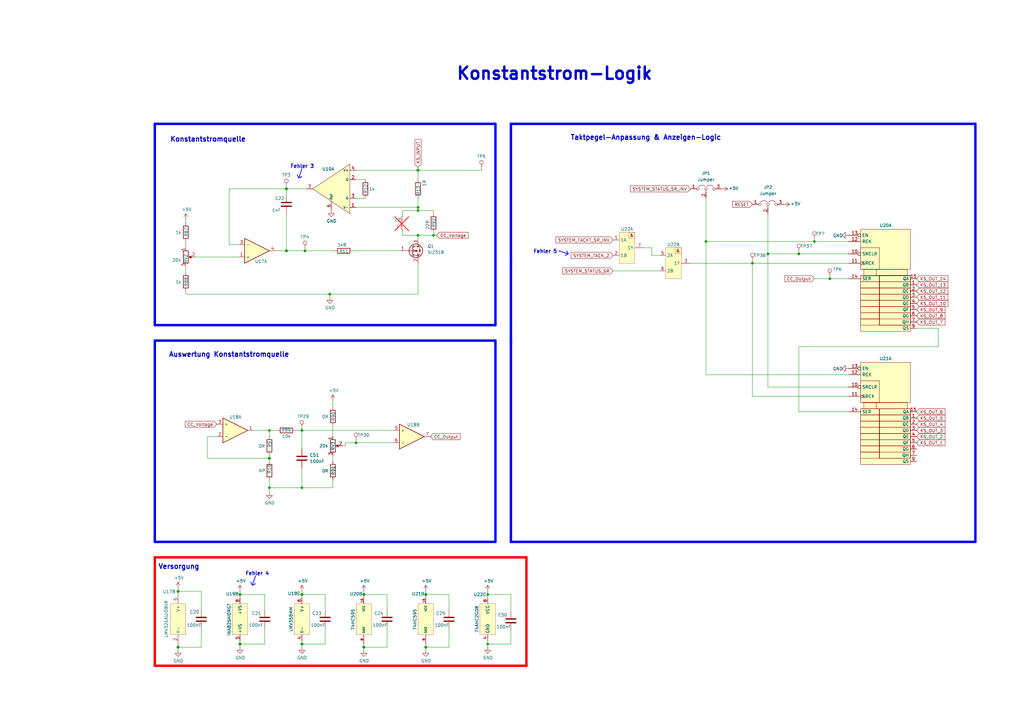
<source format=kicad_sch>
(kicad_sch (version 20210126) (generator eeschema)
  (paper "A3")
  (title_block (title "Kabeltester") (company "BMK Group") (comment 1 "Erstellt: Maximilian Hoffmann") (comment 2 "Geprüft: Robert Schulz"))
  (junction (at 73.025 242.57) (diameter 1.016))
  (junction (at 73.025 265.43) (diameter 1.016))
  (junction (at 98.425 243.84) (diameter 1.016))
  (junction (at 98.425 264.16) (diameter 1.016))
  (junction (at 110.49 176.53) (diameter 0.9144))
  (junction (at 110.49 187.96) (diameter 1.016))
  (junction (at 110.49 200.025) (diameter 0.9144))
  (junction (at 117.475 77.47) (diameter 1.016))
  (junction (at 117.475 102.87) (diameter 1.016))
  (junction (at 123.825 176.53) (diameter 0.9144))
  (junction (at 123.825 200.025) (diameter 0.9144))
  (junction (at 123.825 243.84) (diameter 1.016))
  (junction (at 123.825 264.16) (diameter 1.016))
  (junction (at 125.095 102.87) (diameter 0.9144))
  (junction (at 135.255 120.65) (diameter 0.9144))
  (junction (at 146.05 181.61) (diameter 0.9144))
  (junction (at 149.225 243.84) (diameter 1.016))
  (junction (at 149.225 265.43) (diameter 1.016))
  (junction (at 171.45 69.85) (diameter 1.016))
  (junction (at 171.45 85.09) (diameter 0.9144))
  (junction (at 171.45 86.36) (diameter 0.9144))
  (junction (at 171.45 96.52) (diameter 0.9144))
  (junction (at 174.625 243.84) (diameter 1.016))
  (junction (at 174.625 265.43) (diameter 1.016))
  (junction (at 177.8 96.52) (diameter 0.9144))
  (junction (at 200.025 243.84) (diameter 0.9144))
  (junction (at 200.025 264.16) (diameter 0.9144))
  (junction (at 289.56 99.06) (diameter 0.9144))
  (junction (at 308.61 107.95) (diameter 0.9144))
  (junction (at 314.96 104.14) (diameter 0.9144))
  (junction (at 327.66 104.14) (diameter 0.9144))
  (junction (at 334.01 99.06) (diameter 0.9144))
  (junction (at 340.36 114.3) (diameter 0.9144))
  (wire (pts (xy 73.025 241.3) (xy 73.025 242.57)))
  (wire (pts (xy 73.025 242.57) (xy 73.025 243.84)))
  (wire (pts (xy 73.025 264.16) (xy 73.025 265.43)))
  (wire (pts (xy 73.025 265.43) (xy 73.025 266.7)))
  (wire (pts (xy 76.2 90.17) (xy 76.2 91.44)))
  (wire (pts (xy 76.2 99.06) (xy 76.2 101.6)))
  (wire (pts (xy 76.2 109.22) (xy 76.2 111.76)))
  (wire (pts (xy 76.2 119.38) (xy 76.2 120.65)))
  (wire (pts (xy 76.2 120.65) (xy 135.255 120.65)))
  (wire (pts (xy 80.01 105.41) (xy 97.79 105.41)))
  (wire (pts (xy 82.55 242.57) (xy 73.025 242.57)))
  (wire (pts (xy 82.55 250.19) (xy 82.55 242.57)))
  (wire (pts (xy 82.55 257.81) (xy 82.55 265.43)))
  (wire (pts (xy 82.55 265.43) (xy 73.025 265.43)))
  (wire (pts (xy 85.09 179.07) (xy 85.09 187.96)))
  (wire (pts (xy 85.09 179.07) (xy 88.9 179.07)))
  (wire (pts (xy 85.09 187.96) (xy 110.49 187.96)))
  (wire (pts (xy 93.98 77.47) (xy 93.98 100.33)))
  (wire (pts (xy 93.98 77.47) (xy 117.475 77.47)))
  (wire (pts (xy 93.98 100.33) (xy 97.79 100.33)))
  (wire (pts (xy 98.425 242.57) (xy 98.425 243.84)))
  (wire (pts (xy 98.425 243.84) (xy 98.425 245.11)))
  (wire (pts (xy 98.425 264.16) (xy 98.425 262.89)))
  (wire (pts (xy 98.425 264.16) (xy 98.425 265.43)))
  (wire (pts (xy 104.14 176.53) (xy 110.49 176.53)))
  (wire (pts (xy 108.585 243.84) (xy 98.425 243.84)))
  (wire (pts (xy 108.585 250.19) (xy 108.585 243.84)))
  (wire (pts (xy 108.585 257.81) (xy 108.585 264.16)))
  (wire (pts (xy 108.585 264.16) (xy 98.425 264.16)))
  (wire (pts (xy 110.49 176.53) (xy 110.49 179.07)))
  (wire (pts (xy 110.49 176.53) (xy 113.665 176.53)))
  (wire (pts (xy 110.49 186.69) (xy 110.49 187.96)))
  (wire (pts (xy 110.49 187.96) (xy 110.49 189.23)))
  (wire (pts (xy 110.49 196.85) (xy 110.49 200.025)))
  (wire (pts (xy 110.49 200.025) (xy 110.49 201.93)))
  (wire (pts (xy 110.49 200.025) (xy 123.825 200.025)))
  (wire (pts (xy 113.03 102.87) (xy 117.475 102.87)))
  (wire (pts (xy 117.475 77.47) (xy 117.475 80.01)))
  (wire (pts (xy 117.475 77.47) (xy 125.73 77.47)))
  (wire (pts (xy 117.475 87.63) (xy 117.475 102.87)))
  (wire (pts (xy 117.475 102.87) (xy 125.095 102.87)))
  (wire (pts (xy 121.285 176.53) (xy 123.825 176.53)))
  (wire (pts (xy 123.825 176.53) (xy 123.825 184.15)))
  (wire (pts (xy 123.825 176.53) (xy 161.29 176.53)))
  (wire (pts (xy 123.825 191.77) (xy 123.825 200.025)))
  (wire (pts (xy 123.825 200.025) (xy 136.525 200.025)))
  (wire (pts (xy 123.825 242.57) (xy 123.825 243.84)))
  (wire (pts (xy 123.825 243.84) (xy 123.825 245.11)))
  (wire (pts (xy 123.825 262.89) (xy 123.825 264.16)))
  (wire (pts (xy 123.825 264.16) (xy 123.825 265.43)))
  (wire (pts (xy 125.095 102.87) (xy 137.16 102.87)))
  (wire (pts (xy 133.35 243.84) (xy 123.825 243.84)))
  (wire (pts (xy 133.35 250.19) (xy 133.35 243.84)))
  (wire (pts (xy 133.35 257.81) (xy 133.35 264.16)))
  (wire (pts (xy 133.35 264.16) (xy 123.825 264.16)))
  (wire (pts (xy 135.255 120.65) (xy 135.255 121.92)))
  (wire (pts (xy 135.255 120.65) (xy 171.45 120.65)))
  (wire (pts (xy 136.525 164.465) (xy 136.525 167.005)))
  (wire (pts (xy 136.525 174.625) (xy 136.525 179.07)))
  (wire (pts (xy 136.525 186.69) (xy 136.525 189.23)))
  (wire (pts (xy 136.525 196.85) (xy 136.525 200.025)))
  (wire (pts (xy 140.335 182.88) (xy 141.605 182.88)))
  (wire (pts (xy 141.605 181.61) (xy 141.605 182.88)))
  (wire (pts (xy 141.605 181.61) (xy 146.05 181.61)))
  (wire (pts (xy 144.78 102.87) (xy 163.83 102.87)))
  (wire (pts (xy 146.05 69.85) (xy 171.45 69.85)))
  (wire (pts (xy 146.05 73.66) (xy 149.86 73.66)))
  (wire (pts (xy 146.05 81.28) (xy 149.86 81.28)))
  (wire (pts (xy 146.05 85.09) (xy 171.45 85.09)))
  (wire (pts (xy 146.05 181.61) (xy 161.29 181.61)))
  (wire (pts (xy 149.225 242.57) (xy 149.225 243.84)))
  (wire (pts (xy 149.225 243.84) (xy 149.225 245.11)))
  (wire (pts (xy 149.225 264.16) (xy 149.225 265.43)))
  (wire (pts (xy 149.225 265.43) (xy 149.225 266.7)))
  (wire (pts (xy 158.75 243.84) (xy 149.225 243.84)))
  (wire (pts (xy 158.75 250.19) (xy 158.75 243.84)))
  (wire (pts (xy 158.75 257.81) (xy 158.75 265.43)))
  (wire (pts (xy 158.75 265.43) (xy 149.225 265.43)))
  (wire (pts (xy 165.1 86.36) (xy 171.45 86.36)))
  (wire (pts (xy 165.1 87.63) (xy 165.1 86.36)))
  (wire (pts (xy 165.1 95.25) (xy 165.1 96.52)))
  (wire (pts (xy 165.1 96.52) (xy 171.45 96.52)))
  (wire (pts (xy 171.45 68.58) (xy 171.45 69.85)))
  (wire (pts (xy 171.45 69.85) (xy 171.45 73.66)))
  (wire (pts (xy 171.45 69.85) (xy 197.485 69.85)))
  (wire (pts (xy 171.45 81.28) (xy 171.45 85.09)))
  (wire (pts (xy 171.45 85.09) (xy 171.45 86.36)))
  (wire (pts (xy 171.45 86.36) (xy 177.8 86.36)))
  (wire (pts (xy 171.45 96.52) (xy 171.45 97.79)))
  (wire (pts (xy 171.45 96.52) (xy 177.8 96.52)))
  (wire (pts (xy 171.45 107.95) (xy 171.45 120.65)))
  (wire (pts (xy 174.625 242.57) (xy 174.625 243.84)))
  (wire (pts (xy 174.625 243.84) (xy 174.625 245.11)))
  (wire (pts (xy 174.625 264.16) (xy 174.625 265.43)))
  (wire (pts (xy 174.625 265.43) (xy 174.625 266.7)))
  (wire (pts (xy 177.8 87.63) (xy 177.8 86.36)))
  (wire (pts (xy 177.8 95.25) (xy 177.8 96.52)))
  (wire (pts (xy 177.8 96.52) (xy 179.07 96.52)))
  (wire (pts (xy 184.15 243.84) (xy 174.625 243.84)))
  (wire (pts (xy 184.15 250.19) (xy 184.15 243.84)))
  (wire (pts (xy 184.15 257.81) (xy 184.15 265.43)))
  (wire (pts (xy 184.15 265.43) (xy 174.625 265.43)))
  (wire (pts (xy 200.025 242.57) (xy 200.025 243.84)))
  (wire (pts (xy 200.025 243.84) (xy 200.025 245.11)))
  (wire (pts (xy 200.025 262.89) (xy 200.025 264.16)))
  (wire (pts (xy 200.025 264.16) (xy 200.025 265.43)))
  (wire (pts (xy 209.55 243.84) (xy 200.025 243.84)))
  (wire (pts (xy 209.55 250.825) (xy 209.55 243.84)))
  (wire (pts (xy 209.55 258.445) (xy 209.55 264.16)))
  (wire (pts (xy 209.55 264.16) (xy 200.025 264.16)))
  (wire (pts (xy 251.46 111.125) (xy 270.51 111.125)))
  (wire (pts (xy 264.16 101.6) (xy 267.335 101.6)))
  (wire (pts (xy 267.335 101.6) (xy 267.335 104.775)))
  (wire (pts (xy 267.335 104.775) (xy 270.51 104.775)))
  (wire (pts (xy 283.21 107.95) (xy 308.61 107.95)))
  (wire (pts (xy 289.56 81.28) (xy 289.56 99.06)))
  (wire (pts (xy 289.56 99.06) (xy 289.56 153.67)))
  (wire (pts (xy 289.56 99.06) (xy 334.01 99.06)))
  (wire (pts (xy 289.56 153.67) (xy 347.98 153.67)))
  (wire (pts (xy 308.61 107.95) (xy 308.61 162.56)))
  (wire (pts (xy 308.61 107.95) (xy 347.98 107.95)))
  (wire (pts (xy 308.61 162.56) (xy 347.98 162.56)))
  (wire (pts (xy 314.96 104.14) (xy 314.96 87.63)))
  (wire (pts (xy 314.96 104.14) (xy 327.66 104.14)))
  (wire (pts (xy 314.96 158.75) (xy 314.96 104.14)))
  (wire (pts (xy 327.66 104.14) (xy 347.98 104.14)))
  (wire (pts (xy 327.66 142.24) (xy 327.66 168.91)))
  (wire (pts (xy 327.66 168.91) (xy 347.98 168.91)))
  (wire (pts (xy 334.01 99.06) (xy 347.98 99.06)))
  (wire (pts (xy 334.01 114.3) (xy 340.36 114.3)))
  (wire (pts (xy 340.36 114.3) (xy 347.98 114.3)))
  (wire (pts (xy 347.98 158.75) (xy 314.96 158.75)))
  (wire (pts (xy 375.92 134.62) (xy 384.81 134.62)))
  (wire (pts (xy 384.81 134.62) (xy 384.81 142.24)))
  (wire (pts (xy 384.81 142.24) (xy 327.66 142.24)))
  (polyline (pts (xy 63.5 50.8) (xy 63.5 133.35)) (stroke (width 1) (type solid) (color 0 0 255 1)))
  (polyline (pts (xy 63.5 50.8) (xy 203.2 50.8)) (stroke (width 1) (type solid) (color 0 0 255 1)))
  (polyline (pts (xy 63.5 139.7) (xy 63.5 222.25)) (stroke (width 1) (type solid) (color 0 0 255 1)))
  (polyline (pts (xy 63.5 139.7) (xy 203.2 139.7)) (stroke (width 1) (type solid) (color 0 0 255 1)))
  (polyline (pts (xy 63.5 228.6) (xy 63.5 273.05)) (stroke (width 1) (type solid) (color 255 0 0 1)))
  (polyline (pts (xy 63.5 228.6) (xy 215.9 228.6)) (stroke (width 1) (type solid) (color 255 0 0 1)))
  (polyline (pts (xy 63.5 273.05) (xy 215.9 273.05)) (stroke (width 1) (type solid) (color 255 0 0 1)))
  (polyline (pts (xy 103.505 240.03) (xy 102.87 238.76)) (stroke (width 0.3) (type solid) (color 0 0 255 1)))
  (polyline (pts (xy 103.505 240.03) (xy 104.775 236.22)) (stroke (width 0.3) (type solid) (color 0 0 255 1)))
  (polyline (pts (xy 104.775 239.395) (xy 103.505 240.03)) (stroke (width 0.3) (type solid) (color 0 0 255 1)))
  (polyline (pts (xy 122.555 73.025) (xy 121.92 71.755)) (stroke (width 0.3) (type solid) (color 0 0 255 1)))
  (polyline (pts (xy 122.555 73.025) (xy 123.825 69.215)) (stroke (width 0.3) (type solid) (color 0 0 255 1)))
  (polyline (pts (xy 123.825 72.39) (xy 122.555 73.025)) (stroke (width 0.3) (type solid) (color 0 0 255 1)))
  (polyline (pts (xy 167.64 88.9) (xy 161.925 94.615)) (stroke (width 0.3) (type solid) (color 255 0 0 1)))
  (polyline (pts (xy 167.64 94.615) (xy 161.925 88.9)) (stroke (width 0.3) (type solid) (color 255 0 0 1)))
  (polyline (pts (xy 203.2 50.8) (xy 203.2 133.35)) (stroke (width 1) (type solid) (color 0 0 255 1)))
  (polyline (pts (xy 203.2 133.35) (xy 63.5 133.35)) (stroke (width 1) (type solid) (color 0 0 255 1)))
  (polyline (pts (xy 203.2 139.7) (xy 203.2 222.25)) (stroke (width 1) (type solid) (color 0 0 255 1)))
  (polyline (pts (xy 203.2 222.25) (xy 63.5 222.25)) (stroke (width 1) (type solid) (color 0 0 255 1)))
  (polyline (pts (xy 209.55 50.8) (xy 209.55 107.95)) (stroke (width 1) (type solid) (color 0 0 255 1)))
  (polyline (pts (xy 209.55 50.8) (xy 400.05 50.8)) (stroke (width 1) (type solid) (color 0 0 255 1)))
  (polyline (pts (xy 209.55 139.7) (xy 209.55 222.25)) (stroke (width 1) (type solid) (color 0 0 255 1)))
  (polyline (pts (xy 209.55 140.335) (xy 209.55 107.95)) (stroke (width 1) (type solid) (color 0 0 255 1)))
  (polyline (pts (xy 209.55 222.25) (xy 400.05 222.25)) (stroke (width 1) (type solid) (color 0 0 255 1)))
  (polyline (pts (xy 215.9 273.05) (xy 215.9 228.6)) (stroke (width 1) (type solid) (color 255 0 0 1)))
  (polyline (pts (xy 232.41 102.87) (xy 233.045 104.14)) (stroke (width 0.3) (type solid) (color 0 0 255 1)))
  (polyline (pts (xy 233.045 104.14) (xy 229.235 102.87)) (stroke (width 0.3) (type solid) (color 0 0 255 1)))
  (polyline (pts (xy 233.045 104.14) (xy 231.775 104.775)) (stroke (width 0.3) (type solid) (color 0 0 255 1)))
  (polyline (pts (xy 400.05 222.25) (xy 400.05 50.8)) (stroke (width 1) (type solid) (color 0 0 255 1)))
  (text "Versorgung\n" (at 81.915 233.68 180) (effects (font (size 2 2) (thickness 0.4) bold) (justify right bottom)))
  (text "Konstantstromquelle\n" (at 100.965 58.42 180) (effects (font (size 2 2) (thickness 0.4) bold) (justify right bottom)))
  (text "Fehler 4" (at 110.49 236.22 180) (effects (font (size 1.5 1.5) (thickness 0.3) bold) (justify right bottom)))
  (text "Auswertung Konstantstromquelle\n" (at 118.745 146.685 180) (effects (font (size 2 2) (thickness 0.4) bold) (justify right bottom)))
  (text "Fehler 3\n" (at 128.905 69.215 180) (effects (font (size 1.5 1.5) (thickness 0.3) bold) (justify right bottom)))
  (text "Fehler 5" (at 228.6 104.14 180) (effects (font (size 1.5 1.5) (thickness 0.3) bold) (justify right bottom)))
  (text "Konstantstrom-Logik\n\n" (at 267.97 41.275 180) (effects (font (size 5 5) (thickness 1) bold) (justify right bottom)))
  (text "Taktpegel-Anpassung & Anzeigen-Logic\n\n \n" (at 295.91 64.135 180) (effects (font (size 2 2) (thickness 0.4) bold) (justify right bottom)))
  (global_label "CC_Voltage" (shape input) (at 88.9 173.99 180) (property "Intersheet References" "${INTERSHEET_REFS}" (effects hide)))
  (global_label "KS_INPUT" (shape input) (at 171.45 68.58 90) (property "Intersheet References" "${INTERSHEET_REFS}" (effects hide)))
  (global_label "CC_Output" (shape input) (at 176.53 179.07 0) (property "Intersheet References" "${INTERSHEET_REFS}" (effects hide)))
  (global_label "CC_Voltage" (shape input) (at 179.07 96.52 0) (property "Intersheet References" "${INTERSHEET_REFS}" (effects hide)))
  (global_label "SYSTEM_TACKT_SR_INV" (shape input) (at 251.46 98.425 180) (property "Intersheet References" "${INTERSHEET_REFS}" (effects hide)))
  (global_label "SYSTEM_TACK_2" (shape input) (at 251.46 104.775 180) (property "Intersheet References" "${INTERSHEET_REFS}" (effects hide)))
  (global_label "SYSTEM_STATUS_SR" (shape input) (at 251.46 111.125 180) (property "Intersheet References" "${INTERSHEET_REFS}" (effects hide)))
  (global_label "SYSTEM_STATUS_SR_INV" (shape input) (at 283.21 77.47 180) (property "Intersheet References" "${INTERSHEET_REFS}" (effects hide)))
  (global_label "RESET" (shape input) (at 308.61 83.82 180) (property "Intersheet References" "${INTERSHEET_REFS}" (effects hide)))
  (global_label "CC_Output" (shape input) (at 334.01 114.3 180) (property "Intersheet References" "${INTERSHEET_REFS}" (effects hide)))
  (global_label "KS_OUT_14" (shape input) (at 375.92 114.3 0) (property "Intersheet References" "${INTERSHEET_REFS}" (effects hide)))
  (global_label "KS_OUT_13" (shape input) (at 375.92 116.84 0) (property "Intersheet References" "${INTERSHEET_REFS}" (effects hide)))
  (global_label "KS_OUT_12" (shape input) (at 375.92 119.38 0) (property "Intersheet References" "${INTERSHEET_REFS}" (effects hide)))
  (global_label "KS_OUT_11" (shape input) (at 375.92 121.92 0) (property "Intersheet References" "${INTERSHEET_REFS}" (effects hide)))
  (global_label "KS_OUT_10" (shape input) (at 375.92 124.46 0) (property "Intersheet References" "${INTERSHEET_REFS}" (effects hide)))
  (global_label "KS_OUT_9" (shape input) (at 375.92 127 0) (property "Intersheet References" "${INTERSHEET_REFS}" (effects hide)))
  (global_label "KS_OUT_8" (shape input) (at 375.92 129.54 0) (property "Intersheet References" "${INTERSHEET_REFS}" (effects hide)))
  (global_label "KS_OUT_7" (shape input) (at 375.92 132.08 0) (property "Intersheet References" "${INTERSHEET_REFS}" (effects hide)))
  (global_label "KS_OUT_6" (shape input) (at 375.92 168.91 0) (property "Intersheet References" "${INTERSHEET_REFS}" (effects hide)))
  (global_label "KS_OUT_5" (shape input) (at 375.92 171.45 0) (property "Intersheet References" "${INTERSHEET_REFS}" (effects hide)))
  (global_label "KS_OUT_4" (shape input) (at 375.92 173.99 0) (property "Intersheet References" "${INTERSHEET_REFS}" (effects hide)))
  (global_label "KS_OUT_3" (shape input) (at 375.92 176.53 0) (property "Intersheet References" "${INTERSHEET_REFS}" (effects hide)))
  (global_label "KS_OUT_2" (shape input) (at 375.92 179.07 0) (property "Intersheet References" "${INTERSHEET_REFS}" (effects hide)))
  (global_label "KS_OUT_1" (shape input) (at 375.92 181.61 0) (property "Intersheet References" "${INTERSHEET_REFS}" (effects hide)))
  (symbol (lib_id "Connector:TestPoint") (at 117.475 77.47 0) (unit 1)
    (property "Reference" "TP3" (at 115.57 71.755 0) (effects (justify left)))
    (property "Value" "TestPoint" (effects hide))
    (property "Footprint" "TestPoint:TestPoint_Pad_D1.0mm" (effects hide))
    (property "BMK-Nr" "-" (effects hide))
    (property "Mouser" "-" (effects hide))
  )
  (symbol (lib_id "Connector:TestPoint") (at 123.825 176.53 0) (unit 1)
    (property "Reference" "TP29" (at 121.92 170.815 0) (effects (justify left)))
    (property "Value" "TestPoint" (effects hide))
    (property "Footprint" "TestPoint:TestPoint_Pad_D1.0mm" (effects hide))
    (property "BMK-Nr" "-" (effects hide))
    (property "Mouser" "-" (effects hide))
  )
  (symbol (lib_id "Connector:TestPoint") (at 125.095 102.87 0) (unit 1)
    (property "Reference" "TP4" (at 123.19 97.155 0) (effects (justify left)))
    (property "Value" "TestPoint" (effects hide))
    (property "Footprint" "TestPoint:TestPoint_Pad_D1.0mm" (effects hide))
    (property "BMK-Nr" "-" (effects hide))
    (property "Mouser" "-" (effects hide))
  )
  (symbol (lib_id "Connector:TestPoint") (at 146.05 181.61 0) (unit 1)
    (property "Reference" "TP30" (at 146.685 178.435 0) (effects (justify left)))
    (property "Value" "TestPoint" (effects hide))
    (property "Footprint" "TestPoint:TestPoint_Pad_D1.0mm" (effects hide))
    (property "BMK-Nr" "-" (effects hide))
    (property "Mouser" "-" (effects hide))
  )
  (symbol (lib_id "Connector:TestPoint") (at 197.485 69.85 0) (unit 1)
    (property "Reference" "TP5" (at 195.58 64.135 0) (effects (justify left)))
    (property "Value" "TestPoint" (effects hide))
    (property "Footprint" "TestPoint:TestPoint_Pad_D1.0mm" (effects hide))
    (property "BMK-Nr" "-" (effects hide))
    (property "Mouser" "-" (effects hide))
  )
  (symbol (lib_id "Connector:TestPoint") (at 308.61 107.95 0) (unit 1)
    (property "Reference" "TP36" (at 309.245 104.775 0) (effects (justify left)))
    (property "Value" "TestPoint" (effects hide))
    (property "Footprint" "TestPoint:TestPoint_Pad_D1.0mm" (effects hide))
    (property "BMK-Nr" "-" (effects hide))
    (property "Mouser" "-" (effects hide))
  )
  (symbol (lib_id "Connector:TestPoint") (at 327.66 104.14 0) (unit 1)
    (property "Reference" "TP37" (at 328.295 100.965 0) (effects (justify left)))
    (property "Value" "TestPoint" (effects hide))
    (property "Footprint" "TestPoint:TestPoint_Pad_D1.0mm" (effects hide))
    (property "BMK-Nr" "-" (effects hide))
    (property "Mouser" "-" (effects hide))
  )
  (symbol (lib_id "Connector:TestPoint") (at 334.01 99.06 0) (unit 1)
    (property "Reference" "TP7" (at 334.645 95.885 0) (effects (justify left)))
    (property "Value" "TestPoint" (effects hide))
    (property "Footprint" "TestPoint:TestPoint_Pad_D1.0mm" (effects hide))
    (property "BMK-Nr" "-" (effects hide))
    (property "Mouser" "-" (effects hide))
  )
  (symbol (lib_id "Connector:TestPoint") (at 340.36 114.3 0) (unit 1)
    (property "Reference" "TP6" (at 341.63 110.49 0) (effects (justify left)))
    (property "Value" "TestPoint" (effects hide))
    (property "Footprint" "TestPoint:TestPoint_Pad_D1.0mm" (effects hide))
    (property "BMK-Nr" "-" (effects hide))
    (property "Mouser" "-" (effects hide))
  )
  (symbol (lib_id "power:+5V") (at 73.025 241.3 0) (unit 1)
    (property "Reference" "#PWR051" (effects hide))
    (property "Value" "+5V" (at 73.3933 236.9756 0))
  )
  (symbol (lib_id "power:+5V") (at 76.2 90.17 0) (unit 1)
    (property "Reference" "#PWR053" (effects hide))
    (property "Value" "+5V" (at 76.5683 85.8456 0))
  )
  (symbol (lib_id "power:+5V") (at 98.425 242.57 0) (unit 1)
    (property "Reference" "#PWR054" (effects hide))
    (property "Value" "+5V" (at 98.7933 238.2456 0))
  )
  (symbol (lib_id "power:+5V") (at 123.825 242.57 0) (unit 1)
    (property "Reference" "#PWR057" (effects hide))
    (property "Value" "+5V" (at 124.1933 238.2456 0))
  )
  (symbol (lib_id "power:+5V") (at 136.525 164.465 0) (unit 1)
    (property "Reference" "#PWR059" (effects hide))
    (property "Value" "+5V" (at 136.8933 160.1406 0))
  )
  (symbol (lib_id "power:+5V") (at 149.225 242.57 0) (unit 1)
    (property "Reference" "#PWR062" (effects hide))
    (property "Value" "+5V" (at 149.5933 238.2456 0))
  )
  (symbol (lib_id "power:+5V") (at 174.625 242.57 0) (unit 1)
    (property "Reference" "#PWR064" (effects hide))
    (property "Value" "+5V" (at 174.9933 238.2456 0))
  )
  (symbol (lib_id "power:+5V") (at 200.025 242.57 0) (unit 1)
    (property "Reference" "#PWR023" (effects hide))
    (property "Value" "+5V" (at 200.3933 238.2456 0))
  )
  (symbol (lib_id "power:+5V") (at 295.91 77.47 270) (unit 1)
    (property "Reference" "#PWR0124" (effects hide))
    (property "Value" "+5V" (at 300.8694 77.2033 90))
  )
  (symbol (lib_id "power:+5V") (at 321.31 83.82 270) (unit 1)
    (property "Reference" "#PWR0125" (effects hide))
    (property "Value" "+5V" (at 326.2694 83.5533 90))
  )
  (symbol (lib_id "Device:L") (at 165.1 91.44 0) (mirror y) (unit 1)
    (property "Reference" "L2" (at 161.925 90.17 0) (effects (justify right)))
    (property "Value" "L" (at 162.56 92.71 0) (effects (justify right)))
    (property "Footprint" "Inductor_SMD:L_TDK_NLV32_3.2x2.5mm" (effects hide))
  )
  (symbol (lib_id "power:GND") (at 73.025 266.7 0) (unit 1)
    (property "Reference" "#PWR052" (effects hide))
    (property "Value" "GND" (at 73.1393 271.0244 0))
  )
  (symbol (lib_id "power:GND") (at 98.425 265.43 0) (unit 1)
    (property "Reference" "#PWR055" (effects hide))
    (property "Value" "GND" (at 98.5393 269.7544 0))
  )
  (symbol (lib_id "power:GND") (at 110.49 201.93 0) (unit 1)
    (property "Reference" "#PWR056" (effects hide))
    (property "Value" "GND" (at 110.6043 206.2544 0))
  )
  (symbol (lib_id "power:GND") (at 123.825 265.43 0) (unit 1)
    (property "Reference" "#PWR058" (effects hide))
    (property "Value" "GND" (at 123.9393 269.7544 0))
  )
  (symbol (lib_id "power:GND") (at 135.255 121.92 0) (unit 1)
    (property "Reference" "#PWR060" (effects hide))
    (property "Value" "GND" (at 135.3693 126.2444 0))
  )
  (symbol (lib_id "power:GND") (at 135.89 86.36 0) (unit 1)
    (property "Reference" "#PWR061" (effects hide))
    (property "Value" "GND" (at 136.0043 90.6844 0))
  )
  (symbol (lib_id "power:GND") (at 149.225 266.7 0) (unit 1)
    (property "Reference" "#PWR063" (effects hide))
    (property "Value" "GND" (at 149.3393 271.0244 0))
  )
  (symbol (lib_id "power:GND") (at 174.625 266.7 0) (unit 1)
    (property "Reference" "#PWR065" (effects hide))
    (property "Value" "GND" (at 174.7393 271.0244 0))
  )
  (symbol (lib_id "power:GND") (at 200.025 265.43 0) (unit 1)
    (property "Reference" "#PWR024" (effects hide))
    (property "Value" "GND" (at 200.1393 269.7544 0))
  )
  (symbol (lib_id "power:GND") (at 347.98 96.52 270) (unit 1)
    (property "Reference" "#PWR070" (effects hide))
    (property "Value" "GND" (at 343.6556 96.6343 90))
  )
  (symbol (lib_id "power:GND") (at 347.98 151.13 270) (unit 1)
    (property "Reference" "#PWR072" (effects hide))
    (property "Value" "GND" (at 343.6556 151.2443 90))
  )
  (symbol (lib_id "Device:R") (at 76.2 95.25 180) (unit 1)
    (property "Reference" "R87" (at 76.3269 93.2244 90) (effects (justify left)))
    (property "Value" "1k" (at 74.422 95.371 0) (effects (justify left)))
    (property "Footprint" "Resistor_SMD:R_0603_1608Metric_Pad0.98x0.95mm_HandSolder" (effects hide))
    (property "BMK-Nr" "BS" (effects hide))
    (property "Mouser" "-" (effects hide))
  )
  (symbol (lib_id "Device:R") (at 76.2 115.57 180) (unit 1)
    (property "Reference" "R88" (at 76.3269 113.5444 90) (effects (justify left)))
    (property "Value" "1k" (at 74.422 115.691 0) (effects (justify left)))
    (property "Footprint" "Resistor_SMD:R_0603_1608Metric_Pad0.98x0.95mm_HandSolder" (effects hide))
    (property "BMK-Nr" "BS" (effects hide))
    (property "Mouser" "-" (effects hide))
  )
  (symbol (lib_name "Device:R_1") (lib_id "Device:R") (at 110.49 182.88 180) (unit 1)
    (property "Reference" "R9" (at 110.6169 180.8544 90) (effects (justify left)))
    (property "Value" "0R" (at 108.712 183.001 0) (effects (justify left)))
    (property "Footprint" "Resistor_SMD:R_0603_1608Metric_Pad0.98x0.95mm_HandSolder" (effects hide))
    (property "BMK-Nr" "BS" (effects hide))
    (property "Mouser" "-" (effects hide))
  )
  (symbol (lib_name "Device:R_2") (lib_id "Device:R") (at 110.49 193.04 0) (unit 1)
    (property "Reference" "R10" (at 110.49 194.31 90) (effects (justify left)))
    (property "Value" "NP" (at 106.045 193.04 0) (effects (justify left)))
    (property "Footprint" "Resistor_SMD:R_0603_1608Metric_Pad0.98x0.95mm_HandSolder" (effects hide))
    (property "BMK-Nr" "BS" (effects hide))
    (property "Mouser" "-" (effects hide))
  )
  (symbol (lib_name "Device:R_1") (lib_id "Device:R") (at 117.475 176.53 270) (unit 1)
    (property "Reference" "R89" (at 115.4494 176.4031 90) (effects (justify left)))
    (property "Value" "10k" (at 115.691 178.943 90) (effects (justify left)))
    (property "Footprint" "Resistor_SMD:R_0603_1608Metric_Pad0.98x0.95mm_HandSolder" (effects hide))
    (property "BMK-Nr" "BS" (effects hide))
    (property "Mouser" "-" (effects hide))
  )
  (symbol (lib_name "Device:R_1") (lib_id "Device:R") (at 136.525 170.815 180) (unit 1)
    (property "Reference" "R90" (at 136.6519 168.7894 90) (effects (justify left)))
    (property "Value" "0R" (at 134.747 170.936 0) (effects (justify left)))
    (property "Footprint" "Resistor_SMD:R_0603_1608Metric_Pad0.98x0.95mm_HandSolder" (effects hide))
    (property "BMK-Nr" "BS" (effects hide))
    (property "Mouser" "-" (effects hide))
  )
  (symbol (lib_name "Device:R_1") (lib_id "Device:R") (at 136.525 193.04 180) (unit 1)
    (property "Reference" "R91" (at 136.6519 191.0144 90) (effects (justify left)))
    (property "Value" "0R" (at 134.747 193.161 0) (effects (justify left)))
    (property "Footprint" "Resistor_SMD:R_0603_1608Metric_Pad0.98x0.95mm_HandSolder" (effects hide))
    (property "BMK-Nr" "BS" (effects hide))
    (property "Mouser" "-" (effects hide))
  )
  (symbol (lib_id "Device:R") (at 140.97 102.87 90) (unit 1)
    (property "Reference" "R11" (at 142.9956 102.9969 90) (effects (justify left)))
    (property "Value" "1k8" (at 142.119 100.457 90) (effects (justify left)))
    (property "Footprint" "Resistor_SMD:R_0603_1608Metric_Pad0.98x0.95mm_HandSolder" (effects hide))
    (property "BMK-Nr" "BS" (effects hide))
    (property "Mouser" "-" (effects hide))
  )
  (symbol (lib_name "Device:R_4") (lib_id "Device:R") (at 149.86 77.47 180) (unit 1)
    (property "Reference" "R12" (at 149.9869 75.4444 90) (effects (justify left)))
    (property "Value" "1k" (at 153.797 77.591 0) (effects (justify left)))
    (property "Footprint" "Resistor_SMD:R_0603_1608Metric_Pad0.98x0.95mm_HandSolder" (effects hide))
    (property "BMK-Nr" "BS" (effects hide))
    (property "Mouser" "-" (effects hide))
  )
  (symbol (lib_name "Device:R_3") (lib_id "Device:R") (at 171.45 77.47 180) (unit 1)
    (property "Reference" "R13" (at 171.5769 76.0794 90) (effects (justify left)))
    (property "Value" "1R" (at 174.117 73.781 90) (effects (justify left)))
    (property "Footprint" "Resistor_SMD:R_1206_3216Metric_Pad1.30x1.75mm_HandSolder" (effects hide))
    (property "BMK-Nr" "01-1901-3" (effects hide))
    (property "Mouser" "-" (effects hide))
  )
  (symbol (lib_id "Device:R") (at 177.8 91.44 180) (unit 1)
    (property "Reference" "R92" (at 177.9269 89.4144 90) (effects (justify left)))
    (property "Value" "22R" (at 175.387 90.291 90) (effects (justify left)))
    (property "Footprint" "Resistor_SMD:R_0603_1608Metric_Pad0.98x0.95mm_HandSolder" (effects hide))
    (property "BMK-Nr" "BS" (effects hide))
    (property "Mouser" "-" (effects hide))
  )
  (symbol (lib_name "Device:C_2") (lib_id "Device:C") (at 82.55 254 0) (unit 1)
    (property "Reference" "C20" (at 77.8511 250.9456 0) (effects (justify left)))
    (property "Value" "100nF" (at 76.581 256.419 0) (effects (justify left)))
    (property "Footprint" "Capacitor_SMD:C_0603_1608Metric_Pad1.08x0.95mm_HandSolder" (effects hide))
    (property "BMK-Nr" "BS" (effects hide))
  )
  (symbol (lib_name "Device:C_4") (lib_id "Device:C") (at 108.585 254 0) (unit 1)
    (property "Reference" "C21" (at 103.2511 251.5806 0) (effects (justify left)))
    (property "Value" "100nF" (at 101.981 256.419 0) (effects (justify left)))
    (property "Footprint" "Capacitor_SMD:C_0603_1608Metric_Pad1.08x0.95mm_HandSolder" (effects hide))
    (property "BMK-Nr" "BS" (effects hide))
  )
  (symbol (lib_name "Device:C_6") (lib_id "Device:C") (at 117.475 83.82 0) (unit 1)
    (property "Reference" "C22" (at 112.7761 81.4006 0) (effects (justify left)))
    (property "Value" "1nF" (at 111.506 86.239 0) (effects (justify left)))
    (property "Footprint" "Capacitor_SMD:C_0603_1608Metric_Pad1.08x0.95mm_HandSolder" (effects hide))
    (property "BMK-Nr" "BS" (effects hide))
  )
  (symbol (lib_name "Device:C_9") (lib_id "Device:C") (at 123.825 187.96 0) (unit 1)
    (property "Reference" "C51" (at 127 186.69 0) (effects (justify left)))
    (property "Value" "100nF" (at 127 189.23 0) (effects (justify left)))
    (property "Footprint" "Capacitor_SMD:C_0603_1608Metric_Pad1.08x0.95mm_HandSolder" (effects hide))
  )
  (symbol (lib_name "Device:C_3") (lib_id "Device:C") (at 133.35 254 0) (unit 1)
    (property "Reference" "C23" (at 128.0161 251.5806 0) (effects (justify left)))
    (property "Value" "100nF" (at 127.381 256.419 0) (effects (justify left)))
    (property "Footprint" "Capacitor_SMD:C_0603_1608Metric_Pad1.08x0.95mm_HandSolder" (effects hide))
    (property "BMK-Nr" "BS" (effects hide))
  )
  (symbol (lib_name "Device:C_1") (lib_id "Device:C") (at 158.75 254 0) (unit 1)
    (property "Reference" "C24" (at 153.4161 251.5806 0) (effects (justify left)))
    (property "Value" "100nF" (at 152.781 256.419 0) (effects (justify left)))
    (property "Footprint" "Capacitor_SMD:C_0603_1608Metric_Pad1.08x0.95mm_HandSolder" (effects hide))
    (property "BMK-Nr" "BS" (effects hide))
  )
  (symbol (lib_name "Device:C_5") (lib_id "Device:C") (at 184.15 254 0) (unit 1)
    (property "Reference" "C25" (at 178.8161 251.5806 0) (effects (justify left)))
    (property "Value" "100nF" (at 178.181 256.419 0) (effects (justify left)))
    (property "Footprint" "Capacitor_SMD:C_0603_1608Metric_Pad1.08x0.95mm_HandSolder" (effects hide))
    (property "BMK-Nr" "BS" (effects hide))
  )
  (symbol (lib_name "Device:C_8") (lib_id "Device:C") (at 209.55 254.635 0) (unit 1)
    (property "Reference" "C50" (at 204.2161 252.2156 0) (effects (justify left)))
    (property "Value" "100nF" (at 203.581 257.054 0) (effects (justify left)))
    (property "Footprint" "Capacitor_SMD:C_0603_1608Metric_Pad1.08x0.95mm_HandSolder" (effects hide))
    (property "BMK-Nr" "BS" (effects hide))
  )
  (symbol (lib_id "Device:R_Potentiometer") (at 76.2 105.41 0) (unit 1)
    (property "Reference" "RV2" (at 76.2 104.14 90) (effects (justify right)))
    (property "Value" "20k" (at 74.295 106.68 0) (effects (justify right)))
    (property "Footprint" "Potentiometer_THT:Potentiometer_ACP_CA6-H2,5_Horizontal" (effects hide))
  )
  (symbol (lib_id "Device:R_Potentiometer") (at 136.525 182.88 0) (unit 1)
    (property "Reference" "RV3" (at 136.525 180.975 90) (effects (justify right)))
    (property "Value" "20k" (at 134.62 182.88 0) (effects (justify right)))
    (property "Footprint" "Potentiometer_THT:Potentiometer_ACP_CA6-H2,5_Horizontal" (effects hide))
  )
  (symbol (lib_id "Jumper:Jumper_3_Open") (at 289.56 77.47 0) (unit 1)
    (property "Reference" "JP1" (at 289.56 71.12 0))
    (property "Value" "Jumper" (at 289.56 73.66 0))
    (property "Footprint" "Jumper:SolderJumper-3_P1.3mm_Open_RoundedPad1.0x1.5mm" (effects hide))
  )
  (symbol (lib_id "Jumper:Jumper_3_Open") (at 314.96 83.82 0) (unit 1)
    (property "Reference" "JP2" (at 314.96 76.835 0))
    (property "Value" "Jumper" (at 314.96 79.375 0))
    (property "Footprint" "Jumper:SolderJumper-3_P1.3mm_Open_RoundedPad1.0x1.5mm" (effects hide))
  )
  (symbol (lib_id "Transistor_FET:BSS123") (at 168.91 102.87 0) (unit 1)
    (property "Reference" "Q1" (at 175.26 100.965 0) (effects (justify left)))
    (property "Value" "SI2318" (at 175.26 103.505 0) (effects (justify left)))
    (property "Footprint" "Package_TO_SOT_SMD:SOT-23" (effects hide))
    (property "Datasheet" "http://www.diodes.com/assets/Datasheets/ds30366.pdf" (effects hide))
    (property "BMK-Nr" "08-8668" (effects hide))
    (property "Mouser" "781-SI2318CDS-T1-GE3" (effects hide))
  )
  (symbol (lib_name "Kabeltester:INA826AIDRGT_1") (lib_id "Kabeltester:INA826AIDRGT") (at 98.425 254 0) (mirror y) (unit 2)
    (property "Reference" "U19" (at 95.25 243.5668 0))
    (property "Value" "INA826AIDRGT" (at 93.98 254.1205 90))
    (property "Footprint" "Package_DFN_QFN:DFN-8-1EP_2x2mm_P0.5mm_EP0.6x1.2mm" (effects hide))
    (property "Datasheet" "https://www.ti.com/lit/ds/symlink/ina826.pdf?HQS=dis-mous-null-mousermode-dsf-pf-null-wwe&ts=1614456081708&ref_url=https%253A%252F%252Fwww.mouser.de%252F" (effects hide))
    (property "BMK-Nr" "07-1477 / 07-2138" (effects hide))
    (property "Mouser" "595-INA826AIDGK" (effects hide))
  )
  (symbol (lib_name "Kabeltester:LMV358MM_1") (lib_id "Kabeltester:LMV358MM") (at 123.825 254 0) (unit 3)
    (property "Reference" "U18" (at 120.65 243.4398 0))
    (property "Value" "LMV358MM" (at 119.38 253.9935 90))
    (property "Footprint" "Package_SO:SOIC-8_3.9x4.9mm_P1.27mm" (effects hide))
    (property "Datasheet" "https://www.ti.com/lit/ds/symlink/lmv358-n.pdf?HQS=dis-mous-null-mousermode-dsf-pf-null-wwe&ts=1614455074608&ref_url=https%253A%252F%252Fwww.mouser.de%252F" (effects hide))
    (property "BMK-Nr" "11-0573" (effects hide))
    (property "Mouser" "926-LMV358MMX/NOPB" (effects hide))
  )
  (symbol (lib_id "Kabeltester:74AHC2G08") (at 200.025 254 0) (unit 3)
    (property "Reference" "U22" (at 196.85 243.84 0))
    (property "Value" "74AHC2G08" (at 195.58 254 90))
    (property "Footprint" "Package_SO:VSSOP-8_2.4x2.1mm_P0.5mm" (effects hide))
    (property "Datasheet" "https://www.mouser.de/datasheet/2/916/74AHC_AHCT2G08-1318688.pdf" (effects hide))
    (property "BMK-Nr" "06-0948-1" (effects hide))
    (property "Mouser" "771-AHC2G08DC125" (effects hide))
  )
  (symbol (lib_name "Kabeltester:74HC595_1") (lib_id "Kabeltester:74HC595") (at 149.225 254 0) (unit 2)
    (property "Reference" "U20" (at 146.05 243.5668 0))
    (property "Value" "74HC595" (at 144.78 254.1205 90))
    (property "Footprint" "Package_SO:TSSOP-16_4.4x5mm_P0.65mm" (effects hide))
    (property "Datasheet" "https://www.ti.com/lit/ds/symlink/sn74hc595.pdf?HQS=dis-mous-null-mousermode-dsf-pf-null-wwe&ts=1614415789163" (effects hide))
    (property "BMK-Nr" "06-0831" (effects hide))
    (property "Mouser" "595-CD74HC595M96" (effects hide))
  )
  (symbol (lib_name "Kabeltester:74HC595_2") (lib_id "Kabeltester:74HC595") (at 174.625 254 0) (unit 2)
    (property "Reference" "U21" (at 171.45 243.5668 0))
    (property "Value" "74HC595" (at 170.18 254.1205 90))
    (property "Footprint" "Package_SO:TSSOP-16_4.4x5mm_P0.65mm" (effects hide))
    (property "Datasheet" "https://www.ti.com/lit/ds/symlink/sn74hc595.pdf?HQS=dis-mous-null-mousermode-dsf-pf-null-wwe&ts=1614415789163" (effects hide))
    (property "BMK-Nr" "06-0831" (effects hide))
    (property "Mouser" "595-CD74HC595M96" (effects hide))
  )
  (symbol (lib_name "Kabeltester:LMV321AUIDBVR_1") (lib_id "Kabeltester:LMV321AUIDBVR") (at 73.025 254 0) (mirror y) (unit 2)
    (property "Reference" "U17" (at 72.0089 242.6906 0) (effects (justify left)))
    (property "Value" "LMV321AUIDBVR" (at 68.199 261.499 90) (effects (justify left)))
    (property "Footprint" "Package_TO_SOT_SMD:SOT-23-5_HandSoldering" (effects hide))
    (property "Datasheet" "https://www.ti.com/lit/ds/symlink/lmv321a.pdf" (effects hide))
    (property "BMK-Nr" "11-1946" (effects hide))
    (property "Mouser" "595-LMV321AUIDBVR" (effects hide))
  )
  (symbol (lib_name "Kabeltester:LMV358MM_2") (lib_id "Kabeltester:LMV358MM") (at 95.25 176.53 0) (unit 1)
    (property "Reference" "U18" (at 96.52 171.0498 0))
    (property "Value" "LMV358MM" (effects hide))
    (property "Footprint" "Package_SO:SOIC-8_3.9x4.9mm_P1.27mm" (effects hide))
    (property "Datasheet" "https://www.ti.com/lit/ds/symlink/lmv358-n.pdf?HQS=dis-mous-null-mousermode-dsf-pf-null-wwe&ts=1614455074608&ref_url=https%253A%252F%252Fwww.mouser.de%252F" (effects hide))
    (property "BMK-Nr" "11-0573" (effects hide))
    (property "Mouser" "926-LMV358MMX/NOPB" (effects hide))
  )
  (symbol (lib_id "Kabeltester:LMV321AUIDBVR") (at 104.775 102.87 0) (mirror x) (unit 1)
    (property "Reference" "U17" (at 104.5211 107.1944 0) (effects (justify left)))
    (property "Value" "LMV321AUIDBVR" (effects hide))
    (property "Footprint" "Package_TO_SOT_SMD:SOT-23-5_HandSoldering" (effects hide))
    (property "Datasheet" "https://www.ti.com/lit/ds/symlink/lmv321a.pdf" (effects hide))
    (property "BMK-Nr" "11-1946" (effects hide))
    (property "Mouser" "595-LMV321AUIDBVR" (effects hide))
  )
  (symbol (lib_id "Kabeltester:LMV358MM") (at 167.64 179.07 0) (unit 2)
    (property "Reference" "U18" (at 169.545 174.2248 0))
    (property "Value" "LMV358MM" (effects hide))
    (property "Footprint" "Package_SO:SOIC-8_3.9x4.9mm_P1.27mm" (effects hide))
    (property "Datasheet" "https://www.ti.com/lit/ds/symlink/lmv358-n.pdf?HQS=dis-mous-null-mousermode-dsf-pf-null-wwe&ts=1614455074608&ref_url=https%253A%252F%252Fwww.mouser.de%252F" (effects hide))
    (property "BMK-Nr" "11-0573" (effects hide))
    (property "Mouser" "926-LMV358MMX/NOPB" (effects hide))
  )
  (symbol (lib_id "Kabeltester:74AHC2G08") (at 257.175 101.6 0) (unit 1)
    (property "Reference" "U22" (at 257.175 93.98 0))
    (property "Value" "74AHC2G08" (effects hide))
    (property "Footprint" "Package_SO:VSSOP-8_2.4x2.1mm_P0.5mm" (effects hide))
    (property "Datasheet" "https://www.mouser.de/datasheet/2/916/74AHC_AHCT2G08-1318688.pdf" (effects hide))
    (property "BMK-Nr" "06-0948-1" (effects hide))
    (property "Mouser" "771-AHC2G08DC125" (effects hide))
  )
  (symbol (lib_id "Kabeltester:74AHC2G08") (at 276.225 107.95 0) (unit 2)
    (property "Reference" "U22" (at 276.225 100.33 0))
    (property "Value" "74AHC2G08" (effects hide))
    (property "Footprint" "Package_SO:VSSOP-8_2.4x2.1mm_P0.5mm" (effects hide))
    (property "Datasheet" "https://www.mouser.de/datasheet/2/916/74AHC_AHCT2G08-1318688.pdf" (effects hide))
    (property "BMK-Nr" "06-0948-1" (effects hide))
    (property "Mouser" "771-AHC2G08DC125" (effects hide))
  )
  (symbol (lib_id "Kabeltester:INA826AIDRGT") (at 137.795 77.47 0) (mirror y) (unit 1)
    (property "Reference" "U19" (at 134.62 69.3356 0))
    (property "Value" "INA826AIDRGT" (effects hide))
    (property "Footprint" "Package_DFN_QFN:DFN-8-1EP_2x2mm_P0.5mm_EP0.6x1.2mm" (effects hide))
    (property "Datasheet" "https://www.ti.com/lit/ds/symlink/ina826.pdf?HQS=dis-mous-null-mousermode-dsf-pf-null-wwe&ts=1614456081708&ref_url=https%253A%252F%252Fwww.mouser.de%252F" (effects hide))
    (property "BMK-Nr" "07-1477 / 07-2138" (effects hide))
    (property "Mouser" "595-INA826AIDGK" (effects hide))
  )
  (symbol (lib_name "Kabeltester:74HC595_3") (lib_id "Kabeltester:74HC595") (at 363.22 115.57 0) (unit 1)
    (property "Reference" "U20" (at 363.22 92.4368 0))
    (property "Value" "74HC595" (effects hide))
    (property "Footprint" "Package_SO:SOIC-16_3.9x9.9mm_P1.27mm" (effects hide))
    (property "Datasheet" "https://www.ti.com/lit/ds/symlink/sn74hc595.pdf?HQS=dis-mous-null-mousermode-dsf-pf-null-wwe&ts=1614415789163" (effects hide))
    (property "BMK-Nr" "06-0163" (effects hide))
    (property "Mouser" "595-CD74HC595M96" (effects hide))
  )
  (symbol (lib_id "Kabeltester:74HC595") (at 363.22 170.18 0) (unit 1)
    (property "Reference" "U21" (at 363.22 147.0468 0))
    (property "Value" "74HC595" (effects hide))
    (property "Footprint" "Package_SO:SOIC-16_3.9x9.9mm_P1.27mm" (effects hide))
    (property "Datasheet" "https://www.ti.com/lit/ds/symlink/sn74hc595.pdf?HQS=dis-mous-null-mousermode-dsf-pf-null-wwe&ts=1614415789163" (effects hide))
    (property "BMK-Nr" "06-0163" (effects hide))
    (property "Mouser" "595-CD74HC595M96" (effects hide))
  )
)
</source>
